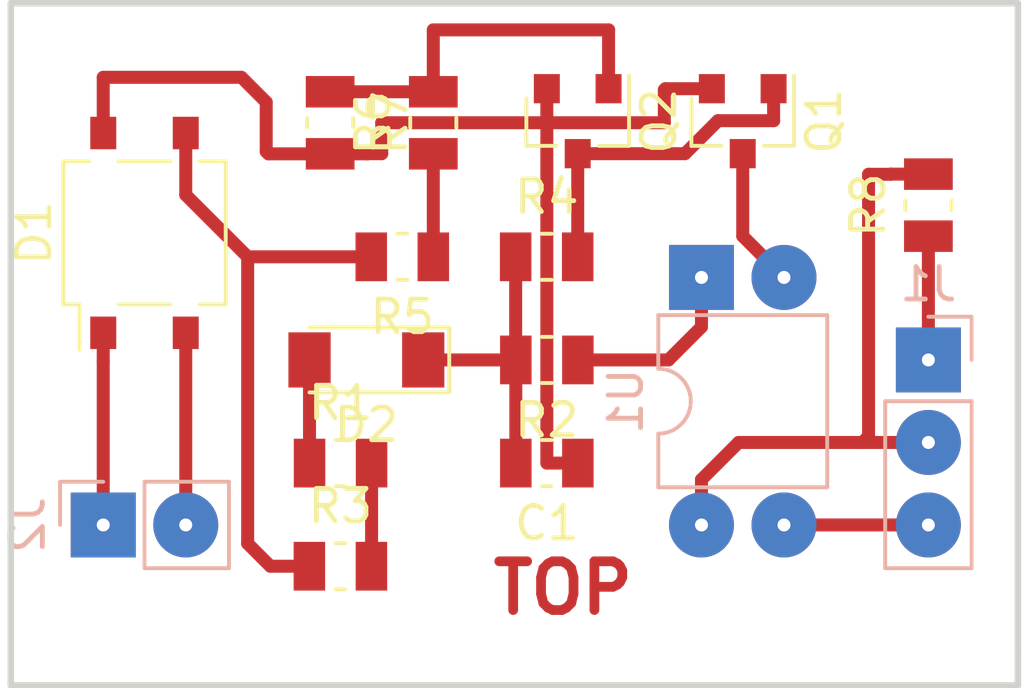
<source format=kicad_pcb>
(kicad_pcb (version 20171130) (host pcbnew 5.0.0-rc2-dev-unknown-2da7199~62~ubuntu17.10.1)

  (general
    (thickness 1.6)
    (drawings 6)
    (tracks 64)
    (zones 0)
    (modules 16)
    (nets 16)
  )

  (page A4)
  (layers
    (0 F.Cu signal)
    (31 B.Cu signal)
    (32 B.Adhes user)
    (33 F.Adhes user)
    (34 B.Paste user)
    (35 F.Paste user)
    (36 B.SilkS user)
    (37 F.SilkS user)
    (38 B.Mask user)
    (39 F.Mask user)
    (40 Dwgs.User user)
    (41 Cmts.User user)
    (42 Eco1.User user)
    (43 Eco2.User user)
    (44 Edge.Cuts user)
    (45 Margin user)
    (46 B.CrtYd user)
    (47 F.CrtYd user)
    (48 B.Fab user)
    (49 F.Fab user)
  )

  (setup
    (last_trace_width 0.4)
    (user_trace_width 0.4)
    (trace_clearance 0.2)
    (zone_clearance 0.508)
    (zone_45_only no)
    (trace_min 0.2)
    (segment_width 0.2)
    (edge_width 0.15)
    (via_size 0.8)
    (via_drill 0.4)
    (via_min_size 0.4)
    (via_min_drill 0.3)
    (uvia_size 0.3)
    (uvia_drill 0.1)
    (uvias_allowed no)
    (uvia_min_size 0.2)
    (uvia_min_drill 0.1)
    (pcb_text_width 0.3)
    (pcb_text_size 1.5 1.5)
    (mod_edge_width 0.15)
    (mod_text_size 1 1)
    (mod_text_width 0.15)
    (pad_size 2 2)
    (pad_drill 0.4)
    (pad_to_mask_clearance 0.2)
    (aux_axis_origin 0 0)
    (visible_elements FFFFFF7F)
    (pcbplotparams
      (layerselection 0x01000_7fffffff)
      (usegerberextensions false)
      (usegerberattributes false)
      (usegerberadvancedattributes false)
      (creategerberjobfile false)
      (excludeedgelayer true)
      (linewidth 0.100000)
      (plotframeref false)
      (viasonmask false)
      (mode 1)
      (useauxorigin false)
      (hpglpennumber 1)
      (hpglpenspeed 20)
      (hpglpendiameter 15)
      (psnegative false)
      (psa4output false)
      (plotreference true)
      (plotvalue true)
      (plotinvisibletext false)
      (padsonsilk false)
      (subtractmaskfromsilk false)
      (outputformat 5)
      (mirror true)
      (drillshape 2)
      (scaleselection 1)
      (outputdirectory ""))
  )

  (net 0 "")
  (net 1 "Net-(D1-Pad3)")
  (net 2 "Net-(C1-Pad2)")
  (net 3 "Net-(R2-Pad1)")
  (net 4 "Net-(Q1-Pad1)")
  (net 5 "Net-(R5-Pad1)")
  (net 6 "Net-(Q2-Pad1)")
  (net 7 "Net-(C1-Pad1)")
  (net 8 "Net-(J1-Pad2)")
  (net 9 "Net-(J1-Pad1)")
  (net 10 "Net-(D1-Pad1)")
  (net 11 "Net-(D1-Pad2)")
  (net 12 "Net-(Q1-Pad3)")
  (net 13 "Net-(J1-Pad3)")
  (net 14 "Net-(D2-Pad2)")
  (net 15 "Net-(R1-Pad2)")

  (net_class Default "This is the default net class."
    (clearance 0.2)
    (trace_width 0.25)
    (via_dia 0.8)
    (via_drill 0.4)
    (uvia_dia 0.3)
    (uvia_drill 0.1)
    (add_net "Net-(C1-Pad1)")
    (add_net "Net-(C1-Pad2)")
    (add_net "Net-(D1-Pad1)")
    (add_net "Net-(D1-Pad2)")
    (add_net "Net-(D1-Pad3)")
    (add_net "Net-(D2-Pad2)")
    (add_net "Net-(J1-Pad1)")
    (add_net "Net-(J1-Pad2)")
    (add_net "Net-(J1-Pad3)")
    (add_net "Net-(Q1-Pad1)")
    (add_net "Net-(Q1-Pad3)")
    (add_net "Net-(Q2-Pad1)")
    (add_net "Net-(R1-Pad2)")
    (add_net "Net-(R2-Pad1)")
    (add_net "Net-(R5-Pad1)")
  )

  (module Capacitor_SMD:C_0805_2012Metric (layer F.Cu) (tedit 59FE48B8) (tstamp 5AA034EA)
    (at 170.5 97.155 180)
    (descr "Capacitor SMD 0805 (2012 Metric), square (rectangular) end terminal, IPC_7351 nominal, (Body size source: http://www.tortai-tech.com/upload/download/2011102023233369053.pdf), generated with kicad-footprint-generator")
    (tags capacitor)
    (path /5A9DC6AD)
    (attr smd)
    (fp_text reference C1 (at 0 -1.85 180) (layer F.SilkS)
      (effects (font (size 1 1) (thickness 0.15)))
    )
    (fp_text value 220n/50V (at 0 1.85 180) (layer F.Fab)
      (effects (font (size 1 1) (thickness 0.15)))
    )
    (fp_line (start -1 0.6) (end -1 -0.6) (layer F.Fab) (width 0.1))
    (fp_line (start -1 -0.6) (end 1 -0.6) (layer F.Fab) (width 0.1))
    (fp_line (start 1 -0.6) (end 1 0.6) (layer F.Fab) (width 0.1))
    (fp_line (start 1 0.6) (end -1 0.6) (layer F.Fab) (width 0.1))
    (fp_line (start -0.15 -0.71) (end 0.15 -0.71) (layer F.SilkS) (width 0.12))
    (fp_line (start -0.15 0.71) (end 0.15 0.71) (layer F.SilkS) (width 0.12))
    (fp_line (start -1.69 1) (end -1.69 -1) (layer F.CrtYd) (width 0.05))
    (fp_line (start -1.69 -1) (end 1.69 -1) (layer F.CrtYd) (width 0.05))
    (fp_line (start 1.69 -1) (end 1.69 1) (layer F.CrtYd) (width 0.05))
    (fp_line (start 1.69 1) (end -1.69 1) (layer F.CrtYd) (width 0.05))
    (fp_text user %R (at 0 0 180) (layer F.Fab)
      (effects (font (size 0.5 0.5) (thickness 0.08)))
    )
    (pad 1 smd rect (at -0.955 0 180) (size 0.97 1.5) (layers F.Cu F.Paste F.Mask)
      (net 7 "Net-(C1-Pad1)"))
    (pad 2 smd rect (at 0.955 0 180) (size 0.97 1.5) (layers F.Cu F.Paste F.Mask)
      (net 2 "Net-(C1-Pad2)"))
    (model ${KISYS3DMOD}/Capacitor_SMD.3dshapes/C_0805_2012Metric.wrl
      (at (xyz 0 0 0))
      (scale (xyz 1 1 1))
      (rotate (xyz 0 0 0))
    )
  )

  (module Connector_PinHeader_2.54mm:PinHeader_1x02_P2.54mm_Vertical (layer B.Cu) (tedit 5A9DA864) (tstamp 5AA034D9)
    (at 156.845 99.06 270)
    (descr "Through hole straight pin header, 1x02, 2.54mm pitch, single row")
    (tags "Through hole pin header THT 1x02 2.54mm single row")
    (path /5A9E007D)
    (fp_text reference J2 (at 0 2.33 270) (layer B.SilkS)
      (effects (font (size 1 1) (thickness 0.15)) (justify mirror))
    )
    (fp_text value INPUT (at 0 -4.87 270) (layer B.Fab)
      (effects (font (size 1 1) (thickness 0.15)) (justify mirror))
    )
    (fp_line (start -0.635 1.27) (end 1.27 1.27) (layer B.Fab) (width 0.1))
    (fp_line (start 1.27 1.27) (end 1.27 -3.81) (layer B.Fab) (width 0.1))
    (fp_line (start 1.27 -3.81) (end -1.27 -3.81) (layer B.Fab) (width 0.1))
    (fp_line (start -1.27 -3.81) (end -1.27 0.635) (layer B.Fab) (width 0.1))
    (fp_line (start -1.27 0.635) (end -0.635 1.27) (layer B.Fab) (width 0.1))
    (fp_line (start -1.33 -3.87) (end 1.33 -3.87) (layer B.SilkS) (width 0.12))
    (fp_line (start -1.33 -1.27) (end -1.33 -3.87) (layer B.SilkS) (width 0.12))
    (fp_line (start 1.33 -1.27) (end 1.33 -3.87) (layer B.SilkS) (width 0.12))
    (fp_line (start -1.33 -1.27) (end 1.33 -1.27) (layer B.SilkS) (width 0.12))
    (fp_line (start -1.33 0) (end -1.33 1.33) (layer B.SilkS) (width 0.12))
    (fp_line (start -1.33 1.33) (end 0 1.33) (layer B.SilkS) (width 0.12))
    (fp_line (start -1.8 1.8) (end -1.8 -4.35) (layer B.CrtYd) (width 0.05))
    (fp_line (start -1.8 -4.35) (end 1.8 -4.35) (layer B.CrtYd) (width 0.05))
    (fp_line (start 1.8 -4.35) (end 1.8 1.8) (layer B.CrtYd) (width 0.05))
    (fp_line (start 1.8 1.8) (end -1.8 1.8) (layer B.CrtYd) (width 0.05))
    (fp_text user %R (at 0 -1.27 180) (layer B.Fab)
      (effects (font (size 1 1) (thickness 0.15)) (justify mirror))
    )
    (pad 1 thru_hole rect (at 0 0 270) (size 2 2) (drill 0.4) (layers *.Cu *.Mask)
      (net 10 "Net-(D1-Pad1)"))
    (pad 2 thru_hole oval (at 0 -2.54 270) (size 2 2) (drill 0.4) (layers *.Cu *.Mask)
      (net 11 "Net-(D1-Pad2)"))
    (model ${KISYS3DMOD}/Connector_PinHeader_2.54mm.3dshapes/PinHeader_1x02_P2.54mm_Vertical.wrl
      (at (xyz 0 0 0))
      (scale (xyz 1 1 1))
      (rotate (xyz 0 0 0))
    )
  )

  (module Connector_PinHeader_2.54mm:PinHeader_1x03_P2.54mm_Vertical (layer B.Cu) (tedit 5A9DA853) (tstamp 5AA034C3)
    (at 182.245 93.98 180)
    (descr "Through hole straight pin header, 1x03, 2.54mm pitch, single row")
    (tags "Through hole pin header THT 1x03 2.54mm single row")
    (path /5A9E4BEC)
    (fp_text reference J1 (at 0 2.33 180) (layer B.SilkS)
      (effects (font (size 1 1) (thickness 0.15)) (justify mirror))
    )
    (fp_text value OUTPUT (at 0 -7.41 180) (layer B.Fab)
      (effects (font (size 1 1) (thickness 0.15)) (justify mirror))
    )
    (fp_line (start -0.635 1.27) (end 1.27 1.27) (layer B.Fab) (width 0.1))
    (fp_line (start 1.27 1.27) (end 1.27 -6.35) (layer B.Fab) (width 0.1))
    (fp_line (start 1.27 -6.35) (end -1.27 -6.35) (layer B.Fab) (width 0.1))
    (fp_line (start -1.27 -6.35) (end -1.27 0.635) (layer B.Fab) (width 0.1))
    (fp_line (start -1.27 0.635) (end -0.635 1.27) (layer B.Fab) (width 0.1))
    (fp_line (start -1.33 -6.41) (end 1.33 -6.41) (layer B.SilkS) (width 0.12))
    (fp_line (start -1.33 -1.27) (end -1.33 -6.41) (layer B.SilkS) (width 0.12))
    (fp_line (start 1.33 -1.27) (end 1.33 -6.41) (layer B.SilkS) (width 0.12))
    (fp_line (start -1.33 -1.27) (end 1.33 -1.27) (layer B.SilkS) (width 0.12))
    (fp_line (start -1.33 0) (end -1.33 1.33) (layer B.SilkS) (width 0.12))
    (fp_line (start -1.33 1.33) (end 0 1.33) (layer B.SilkS) (width 0.12))
    (fp_line (start -1.8 1.8) (end -1.8 -6.85) (layer B.CrtYd) (width 0.05))
    (fp_line (start -1.8 -6.85) (end 1.8 -6.85) (layer B.CrtYd) (width 0.05))
    (fp_line (start 1.8 -6.85) (end 1.8 1.8) (layer B.CrtYd) (width 0.05))
    (fp_line (start 1.8 1.8) (end -1.8 1.8) (layer B.CrtYd) (width 0.05))
    (fp_text user %R (at 0 -2.54 90) (layer B.Fab)
      (effects (font (size 1 1) (thickness 0.15)) (justify mirror))
    )
    (pad 1 thru_hole rect (at 0 0 180) (size 2 2) (drill 0.4) (layers *.Cu *.Mask)
      (net 9 "Net-(J1-Pad1)"))
    (pad 2 thru_hole oval (at 0 -2.54 180) (size 2 2) (drill 0.4) (layers *.Cu *.Mask)
      (net 8 "Net-(J1-Pad2)"))
    (pad 3 thru_hole oval (at 0 -5.08 180) (size 2 2) (drill 0.4) (layers *.Cu *.Mask)
      (net 13 "Net-(J1-Pad3)"))
    (model ${KISYS3DMOD}/Connector_PinHeader_2.54mm.3dshapes/PinHeader_1x03_P2.54mm_Vertical.wrl
      (at (xyz 0 0 0))
      (scale (xyz 1 1 1))
      (rotate (xyz 0 0 0))
    )
  )

  (module Diode_SMD:D_MiniMELF (layer F.Cu) (tedit 5905D8F5) (tstamp 5AA034AC)
    (at 164.945 93.98 180)
    (descr "Diode Mini-MELF")
    (tags "Diode Mini-MELF")
    (path /5A9E72D4)
    (attr smd)
    (fp_text reference D2 (at 0 -2 180) (layer F.SilkS)
      (effects (font (size 1 1) (thickness 0.15)))
    )
    (fp_text value LL4148 (at 0 1.75 180) (layer F.Fab)
      (effects (font (size 1 1) (thickness 0.15)))
    )
    (fp_text user %R (at 0 -2 180) (layer F.Fab)
      (effects (font (size 1 1) (thickness 0.15)))
    )
    (fp_line (start 1.75 -1) (end -2.55 -1) (layer F.SilkS) (width 0.12))
    (fp_line (start -2.55 -1) (end -2.55 1) (layer F.SilkS) (width 0.12))
    (fp_line (start -2.55 1) (end 1.75 1) (layer F.SilkS) (width 0.12))
    (fp_line (start 1.65 -0.8) (end 1.65 0.8) (layer F.Fab) (width 0.1))
    (fp_line (start 1.65 0.8) (end -1.65 0.8) (layer F.Fab) (width 0.1))
    (fp_line (start -1.65 0.8) (end -1.65 -0.8) (layer F.Fab) (width 0.1))
    (fp_line (start -1.65 -0.8) (end 1.65 -0.8) (layer F.Fab) (width 0.1))
    (fp_line (start 0.25 0) (end 0.75 0) (layer F.Fab) (width 0.1))
    (fp_line (start 0.25 0.4) (end -0.35 0) (layer F.Fab) (width 0.1))
    (fp_line (start 0.25 -0.4) (end 0.25 0.4) (layer F.Fab) (width 0.1))
    (fp_line (start -0.35 0) (end 0.25 -0.4) (layer F.Fab) (width 0.1))
    (fp_line (start -0.35 0) (end -0.35 0.55) (layer F.Fab) (width 0.1))
    (fp_line (start -0.35 0) (end -0.35 -0.55) (layer F.Fab) (width 0.1))
    (fp_line (start -0.75 0) (end -0.35 0) (layer F.Fab) (width 0.1))
    (fp_line (start -2.65 -1.1) (end 2.65 -1.1) (layer F.CrtYd) (width 0.05))
    (fp_line (start 2.65 -1.1) (end 2.65 1.1) (layer F.CrtYd) (width 0.05))
    (fp_line (start 2.65 1.1) (end -2.65 1.1) (layer F.CrtYd) (width 0.05))
    (fp_line (start -2.65 1.1) (end -2.65 -1.1) (layer F.CrtYd) (width 0.05))
    (pad 1 smd rect (at -1.75 0 180) (size 1.3 1.7) (layers F.Cu F.Paste F.Mask)
      (net 2 "Net-(C1-Pad2)"))
    (pad 2 smd rect (at 1.75 0 180) (size 1.3 1.7) (layers F.Cu F.Paste F.Mask)
      (net 14 "Net-(D2-Pad2)"))
    (model ${KISYS3DMOD}/Diode_SMD.3dshapes/D_MiniMELF.wrl
      (at (xyz 0 0 0))
      (scale (xyz 1 1 1))
      (rotate (xyz 0 0 0))
    )
  )

  (module Package_DIP:DIP-4_W7.62mm (layer B.Cu) (tedit 5A9DA83A) (tstamp 5AA03493)
    (at 175.26 91.44 270)
    (descr "4-lead though-hole mounted DIP package, row spacing 7.62 mm (300 mils)")
    (tags "THT DIP DIL PDIP 2.54mm 7.62mm 300mil")
    (path /5A9DBC7A)
    (fp_text reference U1 (at 3.81 2.33 270) (layer B.SilkS)
      (effects (font (size 1 1) (thickness 0.15)) (justify mirror))
    )
    (fp_text value PC817 (at 3.81 -4.87 270) (layer B.Fab)
      (effects (font (size 1 1) (thickness 0.15)) (justify mirror))
    )
    (fp_arc (start 3.81 1.33) (end 2.81 1.33) (angle 180) (layer B.SilkS) (width 0.12))
    (fp_line (start 1.635 1.27) (end 6.985 1.27) (layer B.Fab) (width 0.1))
    (fp_line (start 6.985 1.27) (end 6.985 -3.81) (layer B.Fab) (width 0.1))
    (fp_line (start 6.985 -3.81) (end 0.635 -3.81) (layer B.Fab) (width 0.1))
    (fp_line (start 0.635 -3.81) (end 0.635 0.27) (layer B.Fab) (width 0.1))
    (fp_line (start 0.635 0.27) (end 1.635 1.27) (layer B.Fab) (width 0.1))
    (fp_line (start 2.81 1.33) (end 1.16 1.33) (layer B.SilkS) (width 0.12))
    (fp_line (start 1.16 1.33) (end 1.16 -3.87) (layer B.SilkS) (width 0.12))
    (fp_line (start 1.16 -3.87) (end 6.46 -3.87) (layer B.SilkS) (width 0.12))
    (fp_line (start 6.46 -3.87) (end 6.46 1.33) (layer B.SilkS) (width 0.12))
    (fp_line (start 6.46 1.33) (end 4.81 1.33) (layer B.SilkS) (width 0.12))
    (fp_line (start -1.1 1.55) (end -1.1 -4.1) (layer B.CrtYd) (width 0.05))
    (fp_line (start -1.1 -4.1) (end 8.7 -4.1) (layer B.CrtYd) (width 0.05))
    (fp_line (start 8.7 -4.1) (end 8.7 1.55) (layer B.CrtYd) (width 0.05))
    (fp_line (start 8.7 1.55) (end -1.1 1.55) (layer B.CrtYd) (width 0.05))
    (fp_text user %R (at 3.574999 -1.1225 270) (layer B.Fab)
      (effects (font (size 1 1) (thickness 0.15)) (justify mirror))
    )
    (pad 1 thru_hole rect (at 0 0 270) (size 2 2) (drill 0.4) (layers *.Cu *.Mask)
      (net 3 "Net-(R2-Pad1)"))
    (pad 3 thru_hole oval (at 7.62 -2.54 270) (size 2 2) (drill 0.4) (layers *.Cu *.Mask)
      (net 13 "Net-(J1-Pad3)"))
    (pad 2 thru_hole oval (at 0 -2.54 270) (size 2 2) (drill 0.4) (layers *.Cu *.Mask)
      (net 12 "Net-(Q1-Pad3)"))
    (pad 4 thru_hole oval (at 7.62 0 270) (size 2 2) (drill 0.4) (layers *.Cu *.Mask)
      (net 8 "Net-(J1-Pad2)"))
    (model ${KISYS3DMOD}/Package_DIP.3dshapes/DIP-4_W7.62mm.wrl
      (at (xyz 0 0 0))
      (scale (xyz 1 1 1))
      (rotate (xyz 0 0 0))
    )
  )

  (module Package_TO_SOT_SMD:SOT-23 (layer F.Cu) (tedit 5A02FF57) (tstamp 5AA0347B)
    (at 171.45 86.63 270)
    (descr "SOT-23, Standard")
    (tags SOT-23)
    (path /5A9E3F0A)
    (attr smd)
    (fp_text reference Q2 (at 0 -2.5 270) (layer F.SilkS)
      (effects (font (size 1 1) (thickness 0.15)))
    )
    (fp_text value BC847 (at 0 2.5 270) (layer F.Fab)
      (effects (font (size 1 1) (thickness 0.15)))
    )
    (fp_line (start 0.76 1.58) (end -0.7 1.58) (layer F.SilkS) (width 0.12))
    (fp_line (start 0.76 -1.58) (end -1.4 -1.58) (layer F.SilkS) (width 0.12))
    (fp_line (start -1.7 1.75) (end -1.7 -1.75) (layer F.CrtYd) (width 0.05))
    (fp_line (start 1.7 1.75) (end -1.7 1.75) (layer F.CrtYd) (width 0.05))
    (fp_line (start 1.7 -1.75) (end 1.7 1.75) (layer F.CrtYd) (width 0.05))
    (fp_line (start -1.7 -1.75) (end 1.7 -1.75) (layer F.CrtYd) (width 0.05))
    (fp_line (start 0.76 -1.58) (end 0.76 -0.65) (layer F.SilkS) (width 0.12))
    (fp_line (start 0.76 1.58) (end 0.76 0.65) (layer F.SilkS) (width 0.12))
    (fp_line (start -0.7 1.52) (end 0.7 1.52) (layer F.Fab) (width 0.1))
    (fp_line (start 0.7 -1.52) (end 0.7 1.52) (layer F.Fab) (width 0.1))
    (fp_line (start -0.7 -0.95) (end -0.15 -1.52) (layer F.Fab) (width 0.1))
    (fp_line (start -0.15 -1.52) (end 0.7 -1.52) (layer F.Fab) (width 0.1))
    (fp_line (start -0.7 -0.95) (end -0.7 1.5) (layer F.Fab) (width 0.1))
    (fp_text user %R (at 0 0) (layer F.Fab)
      (effects (font (size 0.5 0.5) (thickness 0.075)))
    )
    (pad 3 smd rect (at 1 0 270) (size 0.9 0.8) (layers F.Cu F.Paste F.Mask)
      (net 4 "Net-(Q1-Pad1)"))
    (pad 2 smd rect (at -1 0.95 270) (size 0.9 0.8) (layers F.Cu F.Paste F.Mask)
      (net 7 "Net-(C1-Pad1)"))
    (pad 1 smd rect (at -1 -0.95 270) (size 0.9 0.8) (layers F.Cu F.Paste F.Mask)
      (net 6 "Net-(Q2-Pad1)"))
    (model ${KISYS3DMOD}/Package_TO_SOT_SMD.3dshapes/SOT-23.wrl
      (at (xyz 0 0 0))
      (scale (xyz 1 1 1))
      (rotate (xyz 0 0 0))
    )
  )

  (module Package_TO_SOT_SMD:SOT-23 (layer F.Cu) (tedit 5A02FF57) (tstamp 5AA03466)
    (at 176.53 86.63 270)
    (descr "SOT-23, Standard")
    (tags SOT-23)
    (path /5A9E3E2F)
    (attr smd)
    (fp_text reference Q1 (at 0 -2.5 270) (layer F.SilkS)
      (effects (font (size 1 1) (thickness 0.15)))
    )
    (fp_text value BC847 (at 0 2.5 270) (layer F.Fab)
      (effects (font (size 1 1) (thickness 0.15)))
    )
    (fp_text user %R (at 0 0) (layer F.Fab)
      (effects (font (size 0.5 0.5) (thickness 0.075)))
    )
    (fp_line (start -0.7 -0.95) (end -0.7 1.5) (layer F.Fab) (width 0.1))
    (fp_line (start -0.15 -1.52) (end 0.7 -1.52) (layer F.Fab) (width 0.1))
    (fp_line (start -0.7 -0.95) (end -0.15 -1.52) (layer F.Fab) (width 0.1))
    (fp_line (start 0.7 -1.52) (end 0.7 1.52) (layer F.Fab) (width 0.1))
    (fp_line (start -0.7 1.52) (end 0.7 1.52) (layer F.Fab) (width 0.1))
    (fp_line (start 0.76 1.58) (end 0.76 0.65) (layer F.SilkS) (width 0.12))
    (fp_line (start 0.76 -1.58) (end 0.76 -0.65) (layer F.SilkS) (width 0.12))
    (fp_line (start -1.7 -1.75) (end 1.7 -1.75) (layer F.CrtYd) (width 0.05))
    (fp_line (start 1.7 -1.75) (end 1.7 1.75) (layer F.CrtYd) (width 0.05))
    (fp_line (start 1.7 1.75) (end -1.7 1.75) (layer F.CrtYd) (width 0.05))
    (fp_line (start -1.7 1.75) (end -1.7 -1.75) (layer F.CrtYd) (width 0.05))
    (fp_line (start 0.76 -1.58) (end -1.4 -1.58) (layer F.SilkS) (width 0.12))
    (fp_line (start 0.76 1.58) (end -0.7 1.58) (layer F.SilkS) (width 0.12))
    (pad 1 smd rect (at -1 -0.95 270) (size 0.9 0.8) (layers F.Cu F.Paste F.Mask)
      (net 4 "Net-(Q1-Pad1)"))
    (pad 2 smd rect (at -1 0.95 270) (size 0.9 0.8) (layers F.Cu F.Paste F.Mask)
      (net 7 "Net-(C1-Pad1)"))
    (pad 3 smd rect (at 1 0 270) (size 0.9 0.8) (layers F.Cu F.Paste F.Mask)
      (net 12 "Net-(Q1-Pad3)"))
    (model ${KISYS3DMOD}/Package_TO_SOT_SMD.3dshapes/SOT-23.wrl
      (at (xyz 0 0 0))
      (scale (xyz 1 1 1))
      (rotate (xyz 0 0 0))
    )
  )

  (module Package_TO_SOT_SMD:TO-269AA (layer F.Cu) (tedit 5A4F6848) (tstamp 5AA03451)
    (at 158.115 90.07 90)
    (descr "SMD package TO-269AA (e.g. diode bridge), see http://www.vishay.com/docs/88854/padlayouts.pdf")
    (tags "TO-269AA MBS diode bridge")
    (path /5A9E77DB)
    (attr smd)
    (fp_text reference D1 (at 0 -3.4 90) (layer F.SilkS)
      (effects (font (size 1 1) (thickness 0.15)))
    )
    (fp_text value MB6S (at 0 3.5 90) (layer F.Fab)
      (effects (font (size 1 1) (thickness 0.15)))
    )
    (fp_line (start -2.2 -2.5) (end -2.2 -2) (layer F.SilkS) (width 0.12))
    (fp_line (start -2.2 -2) (end -3.6 -2) (layer F.SilkS) (width 0.12))
    (fp_text user %R (at 0 -0.065 90) (layer F.Fab)
      (effects (font (size 1 1) (thickness 0.15)))
    )
    (fp_line (start 2.2 -0.8) (end 2.2 0.8) (layer F.SilkS) (width 0.12))
    (fp_line (start -2.2 -0.8) (end -2.2 0.8) (layer F.SilkS) (width 0.12))
    (fp_line (start 2.2 -1.7) (end 2.2 -2.5) (layer F.SilkS) (width 0.12))
    (fp_line (start 2.2 -2.5) (end -2.2 -2.5) (layer F.SilkS) (width 0.12))
    (fp_line (start 2.2 1.7) (end 2.2 2.5) (layer F.SilkS) (width 0.12))
    (fp_line (start 2.2 2.5) (end -2.2 2.5) (layer F.SilkS) (width 0.12))
    (fp_line (start -2.2 2.5) (end -2.2 1.7) (layer F.SilkS) (width 0.12))
    (fp_line (start 2.05 -2.4) (end 2.05 2.4) (layer F.Fab) (width 0.12))
    (fp_line (start 2.05 2.4) (end -2.05 2.4) (layer F.Fab) (width 0.12))
    (fp_line (start -2.05 2.4) (end -2.05 -1.7) (layer F.Fab) (width 0.12))
    (fp_line (start -2.05 -1.7) (end -1.35 -2.4) (layer F.Fab) (width 0.12))
    (fp_line (start -1.35 -2.4) (end 2.05 -2.4) (layer F.Fab) (width 0.12))
    (fp_line (start -3.82 -2.65) (end 3.83 -2.65) (layer F.CrtYd) (width 0.05))
    (fp_line (start -3.82 -2.65) (end -3.82 2.65) (layer F.CrtYd) (width 0.05))
    (fp_line (start 3.83 2.65) (end 3.83 -2.65) (layer F.CrtYd) (width 0.05))
    (fp_line (start 3.83 2.65) (end -3.82 2.65) (layer F.CrtYd) (width 0.05))
    (pad 1 smd rect (at -3.075 -1.27 90) (size 1 0.8) (layers F.Cu F.Paste F.Mask)
      (net 10 "Net-(D1-Pad1)"))
    (pad 2 smd rect (at -3.075 1.27 90) (size 1 0.8) (layers F.Cu F.Paste F.Mask)
      (net 11 "Net-(D1-Pad2)"))
    (pad 3 smd rect (at 3.075 1.27 90) (size 1 0.8) (layers F.Cu F.Paste F.Mask)
      (net 1 "Net-(D1-Pad3)"))
    (pad 4 smd rect (at 3.075 -1.27 90) (size 1 0.8) (layers F.Cu F.Paste F.Mask)
      (net 7 "Net-(C1-Pad1)"))
    (model ${KISYS3DMOD}/Package_TO_SOT_SMD.3dshapes/TO-269AA.wrl
      (at (xyz 0 0 0))
      (scale (xyz 1 1 1))
      (rotate (xyz 0 0 0))
    )
  )

  (module Resistor_SMD:R_0805_2012Metric (layer F.Cu) (tedit 59FE48B8) (tstamp 5AA03436)
    (at 182.245 89.215 90)
    (descr "Resistor SMD 0805 (2012 Metric), square (rectangular) end terminal, IPC_7351 nominal, (Body size source: http://www.tortai-tech.com/upload/download/2011102023233369053.pdf), generated with kicad-footprint-generator")
    (tags resistor)
    (path /5A9E40BA)
    (attr smd)
    (fp_text reference R8 (at 0 -1.85 90) (layer F.SilkS)
      (effects (font (size 1 1) (thickness 0.15)))
    )
    (fp_text value 10k (at 0 1.85 90) (layer F.Fab)
      (effects (font (size 1 1) (thickness 0.15)))
    )
    (fp_text user %R (at 0 0 90) (layer F.Fab)
      (effects (font (size 0.5 0.5) (thickness 0.08)))
    )
    (fp_line (start 1.69 1) (end -1.69 1) (layer F.CrtYd) (width 0.05))
    (fp_line (start 1.69 -1) (end 1.69 1) (layer F.CrtYd) (width 0.05))
    (fp_line (start -1.69 -1) (end 1.69 -1) (layer F.CrtYd) (width 0.05))
    (fp_line (start -1.69 1) (end -1.69 -1) (layer F.CrtYd) (width 0.05))
    (fp_line (start -0.15 0.71) (end 0.15 0.71) (layer F.SilkS) (width 0.12))
    (fp_line (start -0.15 -0.71) (end 0.15 -0.71) (layer F.SilkS) (width 0.12))
    (fp_line (start 1 0.6) (end -1 0.6) (layer F.Fab) (width 0.1))
    (fp_line (start 1 -0.6) (end 1 0.6) (layer F.Fab) (width 0.1))
    (fp_line (start -1 -0.6) (end 1 -0.6) (layer F.Fab) (width 0.1))
    (fp_line (start -1 0.6) (end -1 -0.6) (layer F.Fab) (width 0.1))
    (pad 2 smd rect (at 0.955 0 90) (size 0.97 1.5) (layers F.Cu F.Paste F.Mask)
      (net 8 "Net-(J1-Pad2)"))
    (pad 1 smd rect (at -0.955 0 90) (size 0.97 1.5) (layers F.Cu F.Paste F.Mask)
      (net 9 "Net-(J1-Pad1)"))
    (model ${KISYS3DMOD}/Resistor_SMD.3dshapes/R_0805_2012Metric.wrl
      (at (xyz 0 0 0))
      (scale (xyz 1 1 1))
      (rotate (xyz 0 0 0))
    )
  )

  (module Resistor_SMD:R_0805_2012Metric (layer F.Cu) (tedit 59FE48B8) (tstamp 5AA03425)
    (at 163.83 86.68 270)
    (descr "Resistor SMD 0805 (2012 Metric), square (rectangular) end terminal, IPC_7351 nominal, (Body size source: http://www.tortai-tech.com/upload/download/2011102023233369053.pdf), generated with kicad-footprint-generator")
    (tags resistor)
    (path /5A9DC3F6)
    (attr smd)
    (fp_text reference R7 (at 0 -1.85 270) (layer F.SilkS)
      (effects (font (size 1 1) (thickness 0.15)))
    )
    (fp_text value 2k (at 0 1.85 270) (layer F.Fab)
      (effects (font (size 1 1) (thickness 0.15)))
    )
    (fp_line (start -1 0.6) (end -1 -0.6) (layer F.Fab) (width 0.1))
    (fp_line (start -1 -0.6) (end 1 -0.6) (layer F.Fab) (width 0.1))
    (fp_line (start 1 -0.6) (end 1 0.6) (layer F.Fab) (width 0.1))
    (fp_line (start 1 0.6) (end -1 0.6) (layer F.Fab) (width 0.1))
    (fp_line (start -0.15 -0.71) (end 0.15 -0.71) (layer F.SilkS) (width 0.12))
    (fp_line (start -0.15 0.71) (end 0.15 0.71) (layer F.SilkS) (width 0.12))
    (fp_line (start -1.69 1) (end -1.69 -1) (layer F.CrtYd) (width 0.05))
    (fp_line (start -1.69 -1) (end 1.69 -1) (layer F.CrtYd) (width 0.05))
    (fp_line (start 1.69 -1) (end 1.69 1) (layer F.CrtYd) (width 0.05))
    (fp_line (start 1.69 1) (end -1.69 1) (layer F.CrtYd) (width 0.05))
    (fp_text user %R (at 0 0 270) (layer F.Fab)
      (effects (font (size 0.5 0.5) (thickness 0.08)))
    )
    (pad 1 smd rect (at -0.955 0 270) (size 0.97 1.5) (layers F.Cu F.Paste F.Mask)
      (net 6 "Net-(Q2-Pad1)"))
    (pad 2 smd rect (at 0.955 0 270) (size 0.97 1.5) (layers F.Cu F.Paste F.Mask)
      (net 7 "Net-(C1-Pad1)"))
    (model ${KISYS3DMOD}/Resistor_SMD.3dshapes/R_0805_2012Metric.wrl
      (at (xyz 0 0 0))
      (scale (xyz 1 1 1))
      (rotate (xyz 0 0 0))
    )
  )

  (module Resistor_SMD:R_0805_2012Metric (layer F.Cu) (tedit 59FE48B8) (tstamp 5AA03414)
    (at 167.005 86.68 90)
    (descr "Resistor SMD 0805 (2012 Metric), square (rectangular) end terminal, IPC_7351 nominal, (Body size source: http://www.tortai-tech.com/upload/download/2011102023233369053.pdf), generated with kicad-footprint-generator")
    (tags resistor)
    (path /5A9DC3A0)
    (attr smd)
    (fp_text reference R6 (at 0 -1.85 90) (layer F.SilkS)
      (effects (font (size 1 1) (thickness 0.15)))
    )
    (fp_text value 120k (at 0 1.85 90) (layer F.Fab)
      (effects (font (size 1 1) (thickness 0.15)))
    )
    (fp_text user %R (at 0 0 90) (layer F.Fab)
      (effects (font (size 0.5 0.5) (thickness 0.08)))
    )
    (fp_line (start 1.69 1) (end -1.69 1) (layer F.CrtYd) (width 0.05))
    (fp_line (start 1.69 -1) (end 1.69 1) (layer F.CrtYd) (width 0.05))
    (fp_line (start -1.69 -1) (end 1.69 -1) (layer F.CrtYd) (width 0.05))
    (fp_line (start -1.69 1) (end -1.69 -1) (layer F.CrtYd) (width 0.05))
    (fp_line (start -0.15 0.71) (end 0.15 0.71) (layer F.SilkS) (width 0.12))
    (fp_line (start -0.15 -0.71) (end 0.15 -0.71) (layer F.SilkS) (width 0.12))
    (fp_line (start 1 0.6) (end -1 0.6) (layer F.Fab) (width 0.1))
    (fp_line (start 1 -0.6) (end 1 0.6) (layer F.Fab) (width 0.1))
    (fp_line (start -1 -0.6) (end 1 -0.6) (layer F.Fab) (width 0.1))
    (fp_line (start -1 0.6) (end -1 -0.6) (layer F.Fab) (width 0.1))
    (pad 2 smd rect (at 0.955 0 90) (size 0.97 1.5) (layers F.Cu F.Paste F.Mask)
      (net 6 "Net-(Q2-Pad1)"))
    (pad 1 smd rect (at -0.955 0 90) (size 0.97 1.5) (layers F.Cu F.Paste F.Mask)
      (net 5 "Net-(R5-Pad1)"))
    (model ${KISYS3DMOD}/Resistor_SMD.3dshapes/R_0805_2012Metric.wrl
      (at (xyz 0 0 0))
      (scale (xyz 1 1 1))
      (rotate (xyz 0 0 0))
    )
  )

  (module Resistor_SMD:R_0805_2012Metric (layer F.Cu) (tedit 59FE48B8) (tstamp 5AA03403)
    (at 166.05 90.805 180)
    (descr "Resistor SMD 0805 (2012 Metric), square (rectangular) end terminal, IPC_7351 nominal, (Body size source: http://www.tortai-tech.com/upload/download/2011102023233369053.pdf), generated with kicad-footprint-generator")
    (tags resistor)
    (path /5A9DC36F)
    (attr smd)
    (fp_text reference R5 (at 0 -1.85 180) (layer F.SilkS)
      (effects (font (size 1 1) (thickness 0.15)))
    )
    (fp_text value 120k (at 0 1.85 180) (layer F.Fab)
      (effects (font (size 1 1) (thickness 0.15)))
    )
    (fp_line (start -1 0.6) (end -1 -0.6) (layer F.Fab) (width 0.1))
    (fp_line (start -1 -0.6) (end 1 -0.6) (layer F.Fab) (width 0.1))
    (fp_line (start 1 -0.6) (end 1 0.6) (layer F.Fab) (width 0.1))
    (fp_line (start 1 0.6) (end -1 0.6) (layer F.Fab) (width 0.1))
    (fp_line (start -0.15 -0.71) (end 0.15 -0.71) (layer F.SilkS) (width 0.12))
    (fp_line (start -0.15 0.71) (end 0.15 0.71) (layer F.SilkS) (width 0.12))
    (fp_line (start -1.69 1) (end -1.69 -1) (layer F.CrtYd) (width 0.05))
    (fp_line (start -1.69 -1) (end 1.69 -1) (layer F.CrtYd) (width 0.05))
    (fp_line (start 1.69 -1) (end 1.69 1) (layer F.CrtYd) (width 0.05))
    (fp_line (start 1.69 1) (end -1.69 1) (layer F.CrtYd) (width 0.05))
    (fp_text user %R (at 0 0 180) (layer F.Fab)
      (effects (font (size 0.5 0.5) (thickness 0.08)))
    )
    (pad 1 smd rect (at -0.955 0 180) (size 0.97 1.5) (layers F.Cu F.Paste F.Mask)
      (net 5 "Net-(R5-Pad1)"))
    (pad 2 smd rect (at 0.955 0 180) (size 0.97 1.5) (layers F.Cu F.Paste F.Mask)
      (net 1 "Net-(D1-Pad3)"))
    (model ${KISYS3DMOD}/Resistor_SMD.3dshapes/R_0805_2012Metric.wrl
      (at (xyz 0 0 0))
      (scale (xyz 1 1 1))
      (rotate (xyz 0 0 0))
    )
  )

  (module Resistor_SMD:R_0805_2012Metric (layer F.Cu) (tedit 59FE48B8) (tstamp 5AA033F2)
    (at 170.495 90.805)
    (descr "Resistor SMD 0805 (2012 Metric), square (rectangular) end terminal, IPC_7351 nominal, (Body size source: http://www.tortai-tech.com/upload/download/2011102023233369053.pdf), generated with kicad-footprint-generator")
    (tags resistor)
    (path /5A9DC1AD)
    (attr smd)
    (fp_text reference R4 (at 0 -1.85) (layer F.SilkS)
      (effects (font (size 1 1) (thickness 0.15)))
    )
    (fp_text value 100k (at 0 1.85) (layer F.Fab)
      (effects (font (size 1 1) (thickness 0.15)))
    )
    (fp_text user %R (at 0 0) (layer F.Fab)
      (effects (font (size 0.5 0.5) (thickness 0.08)))
    )
    (fp_line (start 1.69 1) (end -1.69 1) (layer F.CrtYd) (width 0.05))
    (fp_line (start 1.69 -1) (end 1.69 1) (layer F.CrtYd) (width 0.05))
    (fp_line (start -1.69 -1) (end 1.69 -1) (layer F.CrtYd) (width 0.05))
    (fp_line (start -1.69 1) (end -1.69 -1) (layer F.CrtYd) (width 0.05))
    (fp_line (start -0.15 0.71) (end 0.15 0.71) (layer F.SilkS) (width 0.12))
    (fp_line (start -0.15 -0.71) (end 0.15 -0.71) (layer F.SilkS) (width 0.12))
    (fp_line (start 1 0.6) (end -1 0.6) (layer F.Fab) (width 0.1))
    (fp_line (start 1 -0.6) (end 1 0.6) (layer F.Fab) (width 0.1))
    (fp_line (start -1 -0.6) (end 1 -0.6) (layer F.Fab) (width 0.1))
    (fp_line (start -1 0.6) (end -1 -0.6) (layer F.Fab) (width 0.1))
    (pad 2 smd rect (at 0.955 0) (size 0.97 1.5) (layers F.Cu F.Paste F.Mask)
      (net 4 "Net-(Q1-Pad1)"))
    (pad 1 smd rect (at -0.955 0) (size 0.97 1.5) (layers F.Cu F.Paste F.Mask)
      (net 2 "Net-(C1-Pad2)"))
    (model ${KISYS3DMOD}/Resistor_SMD.3dshapes/R_0805_2012Metric.wrl
      (at (xyz 0 0 0))
      (scale (xyz 1 1 1))
      (rotate (xyz 0 0 0))
    )
  )

  (module Resistor_SMD:R_0805_2012Metric (layer F.Cu) (tedit 59FE48B8) (tstamp 5AA033E1)
    (at 164.145 100.33)
    (descr "Resistor SMD 0805 (2012 Metric), square (rectangular) end terminal, IPC_7351 nominal, (Body size source: http://www.tortai-tech.com/upload/download/2011102023233369053.pdf), generated with kicad-footprint-generator")
    (tags resistor)
    (path /5A9DC315)
    (attr smd)
    (fp_text reference R3 (at 0 -1.85) (layer F.SilkS)
      (effects (font (size 1 1) (thickness 0.15)))
    )
    (fp_text value 330k (at 0 1.85) (layer F.Fab)
      (effects (font (size 1 1) (thickness 0.15)))
    )
    (fp_line (start -1 0.6) (end -1 -0.6) (layer F.Fab) (width 0.1))
    (fp_line (start -1 -0.6) (end 1 -0.6) (layer F.Fab) (width 0.1))
    (fp_line (start 1 -0.6) (end 1 0.6) (layer F.Fab) (width 0.1))
    (fp_line (start 1 0.6) (end -1 0.6) (layer F.Fab) (width 0.1))
    (fp_line (start -0.15 -0.71) (end 0.15 -0.71) (layer F.SilkS) (width 0.12))
    (fp_line (start -0.15 0.71) (end 0.15 0.71) (layer F.SilkS) (width 0.12))
    (fp_line (start -1.69 1) (end -1.69 -1) (layer F.CrtYd) (width 0.05))
    (fp_line (start -1.69 -1) (end 1.69 -1) (layer F.CrtYd) (width 0.05))
    (fp_line (start 1.69 -1) (end 1.69 1) (layer F.CrtYd) (width 0.05))
    (fp_line (start 1.69 1) (end -1.69 1) (layer F.CrtYd) (width 0.05))
    (fp_text user %R (at 0 0) (layer F.Fab)
      (effects (font (size 0.5 0.5) (thickness 0.08)))
    )
    (pad 1 smd rect (at -0.955 0) (size 0.97 1.5) (layers F.Cu F.Paste F.Mask)
      (net 1 "Net-(D1-Pad3)"))
    (pad 2 smd rect (at 0.955 0) (size 0.97 1.5) (layers F.Cu F.Paste F.Mask)
      (net 15 "Net-(R1-Pad2)"))
    (model ${KISYS3DMOD}/Resistor_SMD.3dshapes/R_0805_2012Metric.wrl
      (at (xyz 0 0 0))
      (scale (xyz 1 1 1))
      (rotate (xyz 0 0 0))
    )
  )

  (module Resistor_SMD:R_0805_2012Metric (layer F.Cu) (tedit 59FE48B8) (tstamp 5AA033D0)
    (at 170.5 93.98 180)
    (descr "Resistor SMD 0805 (2012 Metric), square (rectangular) end terminal, IPC_7351 nominal, (Body size source: http://www.tortai-tech.com/upload/download/2011102023233369053.pdf), generated with kicad-footprint-generator")
    (tags resistor)
    (path /5A9DC0D9)
    (attr smd)
    (fp_text reference R2 (at 0 -1.85 180) (layer F.SilkS)
      (effects (font (size 1 1) (thickness 0.15)))
    )
    (fp_text value 270 (at 0 1.85 180) (layer F.Fab)
      (effects (font (size 1 1) (thickness 0.15)))
    )
    (fp_text user %R (at 0 0 180) (layer F.Fab)
      (effects (font (size 0.5 0.5) (thickness 0.08)))
    )
    (fp_line (start 1.69 1) (end -1.69 1) (layer F.CrtYd) (width 0.05))
    (fp_line (start 1.69 -1) (end 1.69 1) (layer F.CrtYd) (width 0.05))
    (fp_line (start -1.69 -1) (end 1.69 -1) (layer F.CrtYd) (width 0.05))
    (fp_line (start -1.69 1) (end -1.69 -1) (layer F.CrtYd) (width 0.05))
    (fp_line (start -0.15 0.71) (end 0.15 0.71) (layer F.SilkS) (width 0.12))
    (fp_line (start -0.15 -0.71) (end 0.15 -0.71) (layer F.SilkS) (width 0.12))
    (fp_line (start 1 0.6) (end -1 0.6) (layer F.Fab) (width 0.1))
    (fp_line (start 1 -0.6) (end 1 0.6) (layer F.Fab) (width 0.1))
    (fp_line (start -1 -0.6) (end 1 -0.6) (layer F.Fab) (width 0.1))
    (fp_line (start -1 0.6) (end -1 -0.6) (layer F.Fab) (width 0.1))
    (pad 2 smd rect (at 0.955 0 180) (size 0.97 1.5) (layers F.Cu F.Paste F.Mask)
      (net 2 "Net-(C1-Pad2)"))
    (pad 1 smd rect (at -0.955 0 180) (size 0.97 1.5) (layers F.Cu F.Paste F.Mask)
      (net 3 "Net-(R2-Pad1)"))
    (model ${KISYS3DMOD}/Resistor_SMD.3dshapes/R_0805_2012Metric.wrl
      (at (xyz 0 0 0))
      (scale (xyz 1 1 1))
      (rotate (xyz 0 0 0))
    )
  )

  (module Resistor_SMD:R_0805_2012Metric (layer F.Cu) (tedit 59FE48B8) (tstamp 5AA033BF)
    (at 164.15 97.155)
    (descr "Resistor SMD 0805 (2012 Metric), square (rectangular) end terminal, IPC_7351 nominal, (Body size source: http://www.tortai-tech.com/upload/download/2011102023233369053.pdf), generated with kicad-footprint-generator")
    (tags resistor)
    (path /5A9DC285)
    (attr smd)
    (fp_text reference R1 (at 0 -1.85) (layer F.SilkS)
      (effects (font (size 1 1) (thickness 0.15)))
    )
    (fp_text value 330k (at 0 1.85) (layer F.Fab)
      (effects (font (size 1 1) (thickness 0.15)))
    )
    (fp_line (start -1 0.6) (end -1 -0.6) (layer F.Fab) (width 0.1))
    (fp_line (start -1 -0.6) (end 1 -0.6) (layer F.Fab) (width 0.1))
    (fp_line (start 1 -0.6) (end 1 0.6) (layer F.Fab) (width 0.1))
    (fp_line (start 1 0.6) (end -1 0.6) (layer F.Fab) (width 0.1))
    (fp_line (start -0.15 -0.71) (end 0.15 -0.71) (layer F.SilkS) (width 0.12))
    (fp_line (start -0.15 0.71) (end 0.15 0.71) (layer F.SilkS) (width 0.12))
    (fp_line (start -1.69 1) (end -1.69 -1) (layer F.CrtYd) (width 0.05))
    (fp_line (start -1.69 -1) (end 1.69 -1) (layer F.CrtYd) (width 0.05))
    (fp_line (start 1.69 -1) (end 1.69 1) (layer F.CrtYd) (width 0.05))
    (fp_line (start 1.69 1) (end -1.69 1) (layer F.CrtYd) (width 0.05))
    (fp_text user %R (at 0 0) (layer F.Fab)
      (effects (font (size 0.5 0.5) (thickness 0.08)))
    )
    (pad 1 smd rect (at -0.955 0) (size 0.97 1.5) (layers F.Cu F.Paste F.Mask)
      (net 14 "Net-(D2-Pad2)"))
    (pad 2 smd rect (at 0.955 0) (size 0.97 1.5) (layers F.Cu F.Paste F.Mask)
      (net 15 "Net-(R1-Pad2)"))
    (model ${KISYS3DMOD}/Resistor_SMD.3dshapes/R_0805_2012Metric.wrl
      (at (xyz 0 0 0))
      (scale (xyz 1 1 1))
      (rotate (xyz 0 0 0))
    )
  )

  (gr_text TOP (at 171 101) (layer F.Cu)
    (effects (font (size 1.5 1.5) (thickness 0.3)))
  )
  (gr_line (start 185 104) (end 154 104) (layer Edge.Cuts) (width 0.2))
  (gr_line (start 185 103) (end 185 104) (layer Edge.Cuts) (width 0.2))
  (gr_line (start 185 83) (end 185 103) (layer Edge.Cuts) (width 0.2))
  (gr_line (start 154 83) (end 185 83) (layer Edge.Cuts) (width 0.2))
  (gr_line (start 154 104) (end 154 83) (layer Edge.Cuts) (width 0.2))

  (segment (start 161.9885 100.33) (end 161.29 99.6315) (width 0.4) (layer F.Cu) (net 1))
  (segment (start 163.19 100.33) (end 161.9885 100.33) (width 0.4) (layer F.Cu) (net 1))
  (segment (start 161.29 99.6315) (end 161.29 90.805) (width 0.4) (layer F.Cu) (net 1))
  (segment (start 159.385 88.9) (end 161.29 90.805) (width 0.4) (layer F.Cu) (net 1))
  (segment (start 161.29 90.805) (end 165.095 90.805) (width 0.4) (layer F.Cu) (net 1))
  (segment (start 159.385 86.995) (end 159.385 88.9) (width 0.4) (layer F.Cu) (net 1))
  (segment (start 169.545 93.98) (end 166.695 93.98) (width 0.4) (layer F.Cu) (net 2))
  (segment (start 169.545 93.98) (end 169.545 97.155) (width 0.4) (layer F.Cu) (net 2))
  (segment (start 169.54 90.805) (end 169.54 93.975) (width 0.4) (layer F.Cu) (net 2))
  (segment (start 169.54 93.975) (end 169.545 93.98) (width 0.4) (layer F.Cu) (net 2))
  (segment (start 174.244 93.98) (end 175.26 92.964) (width 0.4) (layer F.Cu) (net 3))
  (segment (start 171.455 93.98) (end 174.244 93.98) (width 0.4) (layer F.Cu) (net 3))
  (segment (start 175.26 92.964) (end 175.26 91.44) (width 0.4) (layer F.Cu) (net 3))
  (segment (start 174.752 87.63) (end 175.768 86.614) (width 0.4) (layer F.Cu) (net 4))
  (segment (start 171.45 87.63) (end 174.752 87.63) (width 0.4) (layer F.Cu) (net 4))
  (segment (start 177.4825 86.614) (end 177.48 86.6115) (width 0.4) (layer F.Cu) (net 4))
  (segment (start 175.768 86.614) (end 177.4825 86.614) (width 0.4) (layer F.Cu) (net 4))
  (segment (start 177.48 86.6115) (end 177.48 85.63) (width 0.4) (layer F.Cu) (net 4))
  (segment (start 171.45 87.63) (end 171.45 90.805) (width 0.4) (layer F.Cu) (net 4))
  (segment (start 167.005 87.635) (end 167.005 90.805) (width 0.4) (layer F.Cu) (net 5))
  (segment (start 167.005 83.82) (end 172.4025 83.82) (width 0.4) (layer F.Cu) (net 6))
  (segment (start 172.4025 83.82) (end 172.4 83.8225) (width 0.4) (layer F.Cu) (net 6))
  (segment (start 167.005 85.725) (end 167.005 83.82) (width 0.4) (layer F.Cu) (net 6))
  (segment (start 172.4 83.8225) (end 172.4 85.63) (width 0.4) (layer F.Cu) (net 6))
  (segment (start 163.83 85.725) (end 167.005 85.725) (width 0.4) (layer F.Cu) (net 6))
  (segment (start 174.117 85.6615) (end 174.1485 85.63) (width 0.4) (layer F.Cu) (net 7))
  (segment (start 174.1485 85.63) (end 175.58 85.63) (width 0.4) (layer F.Cu) (net 7))
  (segment (start 174.117 86.6775) (end 174.117 85.6615) (width 0.4) (layer F.Cu) (net 7))
  (segment (start 170.439 86.6775) (end 174.117 86.6775) (width 0.4) (layer F.Cu) (net 7))
  (segment (start 170.5 97.1525) (end 170.5025 97.155) (width 0.4) (layer F.Cu) (net 7))
  (segment (start 170.5025 97.155) (end 171.455 97.155) (width 0.4) (layer F.Cu) (net 7))
  (segment (start 170.5 86.7385) (end 170.5 97.1525) (width 0.4) (layer F.Cu) (net 7))
  (segment (start 165.4175 86.6775) (end 170.439 86.6775) (width 0.4) (layer F.Cu) (net 7))
  (segment (start 165.4175 87.63) (end 165.4175 86.6775) (width 0.4) (layer F.Cu) (net 7))
  (segment (start 164.985 87.63) (end 165.4175 87.63) (width 0.4) (layer F.Cu) (net 7))
  (segment (start 170.439 86.6775) (end 170.5 86.7385) (width 0.4) (layer F.Cu) (net 7))
  (segment (start 163.83 87.635) (end 164.98 87.635) (width 0.4) (layer F.Cu) (net 7))
  (segment (start 164.98 87.635) (end 164.985 87.63) (width 0.4) (layer F.Cu) (net 7))
  (segment (start 170.5 86.7385) (end 170.5 85.63) (width 0.4) (layer F.Cu) (net 7))
  (segment (start 156.845 85.2805) (end 161.0995 85.2805) (width 0.4) (layer F.Cu) (net 7))
  (segment (start 156.845 86.995) (end 156.845 85.2805) (width 0.4) (layer F.Cu) (net 7))
  (segment (start 161.0995 85.2805) (end 161.8615 86.0425) (width 0.4) (layer F.Cu) (net 7))
  (segment (start 161.8615 86.0425) (end 161.8615 87.5665) (width 0.4) (layer F.Cu) (net 7))
  (segment (start 161.8615 87.5665) (end 161.93 87.635) (width 0.4) (layer F.Cu) (net 7))
  (segment (start 161.93 87.635) (end 163.83 87.635) (width 0.4) (layer F.Cu) (net 7))
  (segment (start 180.213 96.52) (end 182.245 96.52) (width 0.4) (layer F.Cu) (net 8))
  (segment (start 180.4035 96.3295) (end 180.213 96.52) (width 0.4) (layer F.Cu) (net 8))
  (segment (start 176.403 96.52) (end 180.213 96.52) (width 0.4) (layer F.Cu) (net 8))
  (segment (start 180.4035 88.265) (end 180.4035 96.3295) (width 0.4) (layer F.Cu) (net 8))
  (segment (start 181.09 88.265) (end 180.4035 88.265) (width 0.4) (layer F.Cu) (net 8))
  (segment (start 182.245 88.26) (end 181.095 88.26) (width 0.4) (layer F.Cu) (net 8))
  (segment (start 181.095 88.26) (end 181.09 88.265) (width 0.4) (layer F.Cu) (net 8))
  (segment (start 175.26 97.663) (end 176.403 96.52) (width 0.4) (layer F.Cu) (net 8))
  (segment (start 175.26 99.06) (end 175.26 97.663) (width 0.4) (layer F.Cu) (net 8))
  (segment (start 182.245 93.98) (end 182.245 90.17) (width 0.4) (layer F.Cu) (net 9))
  (segment (start 156.845 93.145) (end 156.845 94.045) (width 0.4) (layer F.Cu) (net 10))
  (segment (start 156.845 94.045) (end 156.845 99.06) (width 0.4) (layer F.Cu) (net 10))
  (segment (start 159.385 93.145) (end 159.385 99.06) (width 0.4) (layer F.Cu) (net 11))
  (segment (start 176.53 87.63) (end 176.53 90.17) (width 0.4) (layer F.Cu) (net 12))
  (segment (start 176.53 90.17) (end 177.8 91.44) (width 0.4) (layer F.Cu) (net 12))
  (segment (start 177.8 99.06) (end 182.245 99.06) (width 0.4) (layer F.Cu) (net 13))
  (segment (start 163.195 93.98) (end 163.195 97.155) (width 0.4) (layer F.Cu) (net 14))
  (segment (start 165.105 97.155) (end 165.105 100.325) (width 0.4) (layer F.Cu) (net 15))
  (segment (start 165.105 100.325) (end 165.1 100.33) (width 0.4) (layer F.Cu) (net 15))

)

</source>
